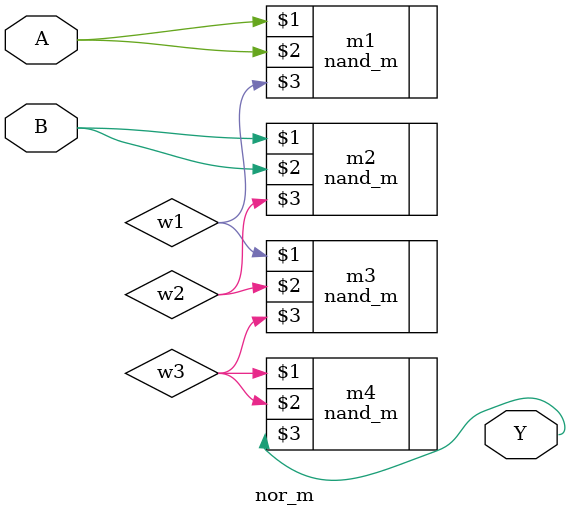
<source format=v>
module nor_m(A,B,Y);

input A,B;
output Y;

wire w1, w2, w3;

nand_m m1(A,A,w1);
nand_m m2(B,B,w2);
nand_m m3(w1,w2,w3);
nand_m m4(w3,w3,Y);

endmodule

</source>
